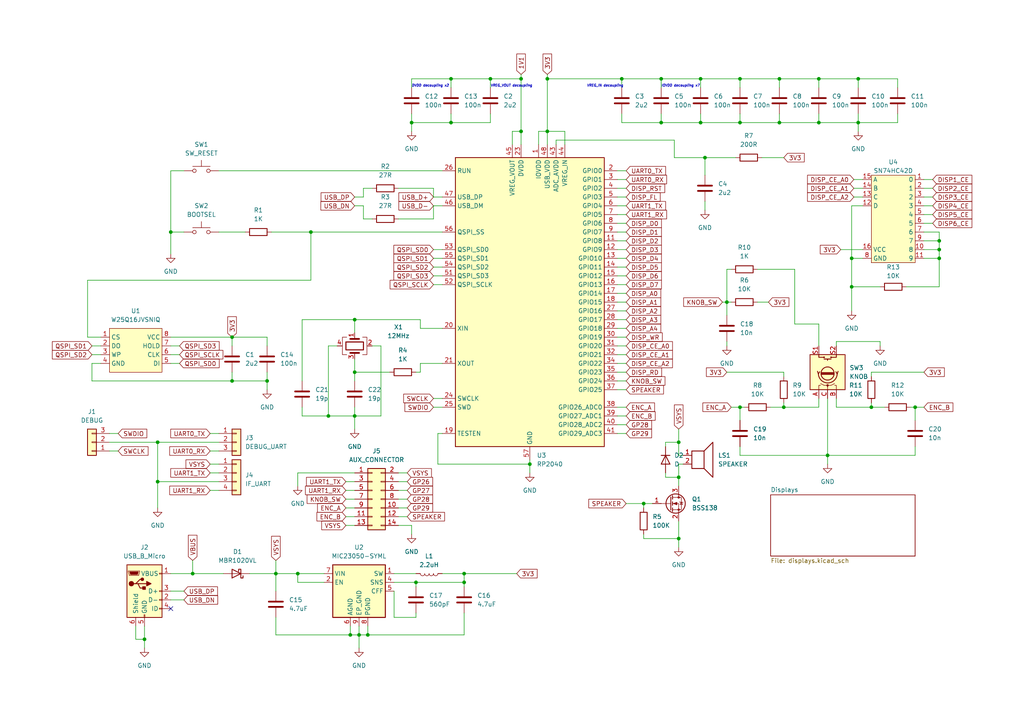
<source format=kicad_sch>
(kicad_sch (version 20230121) (generator eeschema)
  (paper "A4")
  (junction (at 67.31 110.49))
  (junction (at 214.63 118.11))
  (junction (at 77.47 110.49))
  (junction (at 102.87 107.95))
  (junction (at 247.015 83.185))
  (junction (at 134.62 168.91))
  (junction (at 90.17 67.31))
  (junction (at 119.38 35.56))
  (junction (at 252.73 118.11))
  (junction (at 153.67 134.62))
  (junction (at 106.68 184.15))
  (junction (at 227.33 118.11))
  (junction (at 142.24 22.86))
  (junction (at 214.63 22.86))
  (junction (at 86.36 166.37))
  (junction (at 214.63 35.56))
  (junction (at 240.03 132.08))
  (junction (at 151.13 22.86))
  (junction (at 210.82 87.63))
  (junction (at 134.62 166.37))
  (junction (at 186.69 146.05))
  (junction (at 102.87 92.71))
  (junction (at 191.77 22.86))
  (junction (at 151.13 38.1))
  (junction (at 55.88 166.37))
  (junction (at 49.53 67.31))
  (junction (at 237.49 35.56))
  (junction (at 95.25 120.65))
  (junction (at 265.43 118.11))
  (junction (at 45.72 128.27))
  (junction (at 204.47 45.72))
  (junction (at 80.01 166.37))
  (junction (at 272.415 74.93))
  (junction (at 196.85 138.43))
  (junction (at 120.65 168.91))
  (junction (at 191.77 35.56))
  (junction (at 203.2 22.86))
  (junction (at 102.87 120.65))
  (junction (at 226.06 22.86))
  (junction (at 247.015 74.93))
  (junction (at 203.2 35.56))
  (junction (at 45.72 139.7))
  (junction (at 196.85 156.21))
  (junction (at 248.92 35.56))
  (junction (at 41.91 185.42))
  (junction (at 158.75 22.86))
  (junction (at 158.75 38.1))
  (junction (at 248.92 22.86))
  (junction (at 67.31 97.79))
  (junction (at 101.6 184.15))
  (junction (at 196.85 128.27))
  (junction (at 104.14 184.15))
  (junction (at 226.06 35.56))
  (junction (at 130.81 35.56))
  (junction (at 272.415 69.85))
  (junction (at 180.34 22.86))
  (junction (at 237.49 22.86))
  (junction (at 130.81 22.86))
  (junction (at 272.415 72.39))
  (no_connect (at 49.53 176.53))
  (wire (pts (xy 125.73 80.01) (xy 128.27 80.01)))
  (wire (pts (xy 272.415 69.85) (xy 272.415 72.39)))
  (wire (pts (xy 134.62 166.37) (xy 134.62 168.91)))
  (wire (pts (xy 49.53 67.31) (xy 53.34 67.31)))
  (wire (pts (xy 179.07 72.39) (xy 181.61 72.39)))
  (wire (pts (xy 45.72 139.7) (xy 63.5 139.7)))
  (wire (pts (xy 226.06 22.86) (xy 237.49 22.86)))
  (wire (pts (xy 130.81 33.02) (xy 130.81 35.56)))
  (wire (pts (xy 134.62 168.91) (xy 134.62 170.18)))
  (wire (pts (xy 25.4 97.79) (xy 29.21 97.79)))
  (wire (pts (xy 130.81 22.86) (xy 130.81 25.4)))
  (wire (pts (xy 179.07 105.41) (xy 181.61 105.41)))
  (wire (pts (xy 210.82 87.63) (xy 212.09 87.63)))
  (wire (pts (xy 128.27 57.15) (xy 125.73 57.15)))
  (wire (pts (xy 191.77 22.86) (xy 203.2 22.86)))
  (wire (pts (xy 265.43 118.11) (xy 264.16 118.11)))
  (wire (pts (xy 219.71 87.63) (xy 222.885 87.63)))
  (wire (pts (xy 237.49 22.86) (xy 248.92 22.86)))
  (wire (pts (xy 247.015 59.69) (xy 250.19 59.69)))
  (wire (pts (xy 26.67 105.41) (xy 26.67 110.49)))
  (wire (pts (xy 179.07 120.65) (xy 181.61 120.65)))
  (wire (pts (xy 256.54 118.11) (xy 252.73 118.11)))
  (wire (pts (xy 214.63 118.11) (xy 214.63 121.92)))
  (wire (pts (xy 267.97 67.31) (xy 272.415 67.31)))
  (wire (pts (xy 248.92 22.86) (xy 248.92 25.4)))
  (wire (pts (xy 125.73 115.57) (xy 128.27 115.57)))
  (wire (pts (xy 267.97 107.95) (xy 252.73 107.95)))
  (wire (pts (xy 125.73 59.69) (xy 125.73 63.5)))
  (wire (pts (xy 179.07 82.55) (xy 181.61 82.55)))
  (wire (pts (xy 102.87 59.69) (xy 105.41 59.69)))
  (wire (pts (xy 115.57 149.86) (xy 118.11 149.86)))
  (wire (pts (xy 86.36 168.91) (xy 93.98 168.91)))
  (wire (pts (xy 115.57 147.32) (xy 118.11 147.32)))
  (wire (pts (xy 210.82 78.105) (xy 212.09 78.105)))
  (wire (pts (xy 179.07 59.69) (xy 181.61 59.69)))
  (wire (pts (xy 210.82 87.63) (xy 210.82 78.105)))
  (wire (pts (xy 49.53 173.99) (xy 53.34 173.99)))
  (wire (pts (xy 97.79 100.33) (xy 95.25 100.33)))
  (wire (pts (xy 267.97 118.11) (xy 265.43 118.11)))
  (wire (pts (xy 102.87 92.71) (xy 121.92 92.71)))
  (wire (pts (xy 196.85 134.62) (xy 196.85 138.43)))
  (wire (pts (xy 39.37 181.61) (xy 39.37 185.42)))
  (wire (pts (xy 198.12 132.08) (xy 196.85 132.08)))
  (wire (pts (xy 134.62 166.37) (xy 149.86 166.37)))
  (wire (pts (xy 125.73 54.61) (xy 115.57 54.61)))
  (wire (pts (xy 49.53 97.79) (xy 67.31 97.79)))
  (wire (pts (xy 100.33 152.4) (xy 102.87 152.4)))
  (wire (pts (xy 227.33 116.84) (xy 227.33 118.11)))
  (wire (pts (xy 230.505 93.98) (xy 230.505 78.105)))
  (wire (pts (xy 179.07 74.93) (xy 181.61 74.93)))
  (wire (pts (xy 100.33 149.86) (xy 102.87 149.86)))
  (wire (pts (xy 196.85 138.43) (xy 196.85 140.97)))
  (wire (pts (xy 203.2 33.02) (xy 203.2 35.56)))
  (wire (pts (xy 29.21 105.41) (xy 26.67 105.41)))
  (wire (pts (xy 180.34 33.02) (xy 180.34 35.56)))
  (wire (pts (xy 67.31 97.79) (xy 67.31 100.33)))
  (wire (pts (xy 179.07 77.47) (xy 181.61 77.47)))
  (wire (pts (xy 247.015 83.185) (xy 247.015 90.17)))
  (wire (pts (xy 26.67 102.87) (xy 29.21 102.87)))
  (wire (pts (xy 87.63 118.11) (xy 87.63 120.65)))
  (wire (pts (xy 179.07 90.17) (xy 181.61 90.17)))
  (wire (pts (xy 180.34 35.56) (xy 191.77 35.56)))
  (wire (pts (xy 49.53 67.31) (xy 49.53 73.66)))
  (wire (pts (xy 267.97 62.23) (xy 270.51 62.23)))
  (wire (pts (xy 158.75 22.86) (xy 180.34 22.86)))
  (wire (pts (xy 119.38 152.4) (xy 119.38 154.94)))
  (wire (pts (xy 45.72 139.7) (xy 45.72 147.32)))
  (wire (pts (xy 142.24 22.86) (xy 151.13 22.86)))
  (wire (pts (xy 115.57 144.78) (xy 118.11 144.78)))
  (wire (pts (xy 130.81 22.86) (xy 142.24 22.86)))
  (wire (pts (xy 267.97 72.39) (xy 272.415 72.39)))
  (wire (pts (xy 204.47 45.72) (xy 204.47 50.8)))
  (wire (pts (xy 49.53 171.45) (xy 53.34 171.45)))
  (wire (pts (xy 267.97 64.77) (xy 270.51 64.77)))
  (wire (pts (xy 180.34 22.86) (xy 191.77 22.86)))
  (wire (pts (xy 49.53 100.33) (xy 52.07 100.33)))
  (wire (pts (xy 119.38 22.86) (xy 130.81 22.86)))
  (wire (pts (xy 142.24 33.02) (xy 142.24 35.56)))
  (wire (pts (xy 179.07 49.53) (xy 181.61 49.53)))
  (wire (pts (xy 105.41 63.5) (xy 105.41 59.69)))
  (wire (pts (xy 240.03 115.57) (xy 240.03 132.08)))
  (wire (pts (xy 153.67 133.35) (xy 153.67 134.62)))
  (wire (pts (xy 267.97 69.85) (xy 272.415 69.85)))
  (wire (pts (xy 86.36 166.37) (xy 86.36 168.91)))
  (wire (pts (xy 179.07 57.15) (xy 181.61 57.15)))
  (wire (pts (xy 130.81 35.56) (xy 142.24 35.56)))
  (wire (pts (xy 151.13 22.86) (xy 151.13 38.1)))
  (wire (pts (xy 179.07 107.95) (xy 181.61 107.95)))
  (wire (pts (xy 181.61 146.05) (xy 186.69 146.05)))
  (wire (pts (xy 63.5 49.53) (xy 128.27 49.53)))
  (wire (pts (xy 226.06 33.02) (xy 226.06 35.56)))
  (wire (pts (xy 267.97 74.93) (xy 272.415 74.93)))
  (wire (pts (xy 90.17 81.28) (xy 25.4 81.28)))
  (wire (pts (xy 265.43 118.11) (xy 265.43 121.92)))
  (wire (pts (xy 114.3 168.91) (xy 120.65 168.91)))
  (wire (pts (xy 63.5 130.81) (xy 60.96 130.81)))
  (wire (pts (xy 125.73 82.55) (xy 128.27 82.55)))
  (wire (pts (xy 255.27 99.06) (xy 255.27 100.33)))
  (wire (pts (xy 119.38 33.02) (xy 119.38 35.56)))
  (wire (pts (xy 25.4 81.28) (xy 25.4 97.79)))
  (wire (pts (xy 193.04 128.27) (xy 196.85 128.27)))
  (wire (pts (xy 151.13 22.86) (xy 151.13 21.59)))
  (wire (pts (xy 80.01 166.37) (xy 86.36 166.37)))
  (wire (pts (xy 102.87 120.65) (xy 102.87 124.46)))
  (wire (pts (xy 78.74 67.31) (xy 90.17 67.31)))
  (wire (pts (xy 128.27 59.69) (xy 125.73 59.69)))
  (wire (pts (xy 247.015 59.69) (xy 247.015 74.93)))
  (wire (pts (xy 179.07 69.85) (xy 181.61 69.85)))
  (wire (pts (xy 214.63 33.02) (xy 214.63 35.56)))
  (wire (pts (xy 77.47 110.49) (xy 67.31 110.49)))
  (wire (pts (xy 247.65 52.07) (xy 250.19 52.07)))
  (wire (pts (xy 77.47 107.95) (xy 77.47 110.49)))
  (wire (pts (xy 227.33 109.22) (xy 227.33 107.95)))
  (wire (pts (xy 267.97 54.61) (xy 270.51 54.61)))
  (wire (pts (xy 163.83 41.91) (xy 163.83 38.1)))
  (wire (pts (xy 226.06 35.56) (xy 237.49 35.56)))
  (wire (pts (xy 102.87 107.95) (xy 102.87 110.49)))
  (wire (pts (xy 134.62 177.8) (xy 134.62 184.15)))
  (wire (pts (xy 115.57 137.16) (xy 118.11 137.16)))
  (wire (pts (xy 179.07 67.31) (xy 181.61 67.31)))
  (wire (pts (xy 247.015 74.93) (xy 250.19 74.93)))
  (wire (pts (xy 158.75 38.1) (xy 158.75 41.91)))
  (wire (pts (xy 272.415 72.39) (xy 272.415 74.93)))
  (wire (pts (xy 248.92 35.56) (xy 248.92 38.1)))
  (wire (pts (xy 114.3 179.07) (xy 114.3 171.45)))
  (wire (pts (xy 212.09 118.11) (xy 214.63 118.11)))
  (wire (pts (xy 179.07 118.11) (xy 181.61 118.11)))
  (wire (pts (xy 67.31 110.49) (xy 67.31 107.95)))
  (wire (pts (xy 193.04 138.43) (xy 193.04 137.16)))
  (wire (pts (xy 230.505 78.105) (xy 219.71 78.105)))
  (wire (pts (xy 248.92 22.86) (xy 260.35 22.86)))
  (wire (pts (xy 86.36 137.16) (xy 86.36 140.97)))
  (wire (pts (xy 102.87 96.52) (xy 102.87 92.71)))
  (wire (pts (xy 196.85 138.43) (xy 193.04 138.43)))
  (wire (pts (xy 186.69 156.21) (xy 186.69 154.94)))
  (wire (pts (xy 267.97 59.69) (xy 270.51 59.69)))
  (wire (pts (xy 119.38 35.56) (xy 119.38 38.1)))
  (wire (pts (xy 179.07 110.49) (xy 181.61 110.49)))
  (wire (pts (xy 237.49 35.56) (xy 248.92 35.56)))
  (wire (pts (xy 272.415 74.93) (xy 272.415 83.185)))
  (wire (pts (xy 237.49 33.02) (xy 237.49 35.56)))
  (wire (pts (xy 115.57 63.5) (xy 125.73 63.5)))
  (wire (pts (xy 45.72 128.27) (xy 63.5 128.27)))
  (wire (pts (xy 100.33 147.32) (xy 102.87 147.32)))
  (wire (pts (xy 214.63 35.56) (xy 226.06 35.56)))
  (wire (pts (xy 80.01 184.15) (xy 80.01 179.07)))
  (wire (pts (xy 196.85 128.27) (xy 196.85 132.08)))
  (wire (pts (xy 106.68 181.61) (xy 106.68 184.15)))
  (wire (pts (xy 120.65 168.91) (xy 120.65 170.18)))
  (wire (pts (xy 223.52 118.11) (xy 227.33 118.11)))
  (wire (pts (xy 196.85 156.21) (xy 186.69 156.21)))
  (wire (pts (xy 265.43 132.08) (xy 240.03 132.08)))
  (wire (pts (xy 55.88 166.37) (xy 64.77 166.37)))
  (wire (pts (xy 151.13 38.1) (xy 151.13 41.91)))
  (wire (pts (xy 179.07 92.71) (xy 181.61 92.71)))
  (wire (pts (xy 67.31 97.79) (xy 77.47 97.79)))
  (wire (pts (xy 87.63 92.71) (xy 87.63 110.49)))
  (wire (pts (xy 265.43 129.54) (xy 265.43 132.08)))
  (wire (pts (xy 196.85 156.21) (xy 196.85 158.75)))
  (wire (pts (xy 179.07 123.19) (xy 181.61 123.19)))
  (wire (pts (xy 87.63 120.65) (xy 95.25 120.65)))
  (wire (pts (xy 186.69 146.05) (xy 186.69 147.32)))
  (wire (pts (xy 267.97 52.07) (xy 270.51 52.07)))
  (wire (pts (xy 214.63 129.54) (xy 214.63 132.08)))
  (wire (pts (xy 196.85 151.13) (xy 196.85 156.21)))
  (wire (pts (xy 110.49 100.33) (xy 110.49 120.65)))
  (wire (pts (xy 260.35 33.02) (xy 260.35 35.56)))
  (wire (pts (xy 179.07 52.07) (xy 181.61 52.07)))
  (wire (pts (xy 90.17 67.31) (xy 90.17 81.28)))
  (wire (pts (xy 63.5 67.31) (xy 71.12 67.31)))
  (wire (pts (xy 214.63 22.86) (xy 214.63 25.4)))
  (wire (pts (xy 26.67 100.33) (xy 29.21 100.33)))
  (wire (pts (xy 121.92 105.41) (xy 128.27 105.41)))
  (wire (pts (xy 55.88 162.56) (xy 55.88 166.37)))
  (wire (pts (xy 119.38 35.56) (xy 130.81 35.56)))
  (wire (pts (xy 195.58 40.64) (xy 195.58 45.72)))
  (wire (pts (xy 179.07 85.09) (xy 181.61 85.09)))
  (wire (pts (xy 179.07 62.23) (xy 181.61 62.23)))
  (wire (pts (xy 127 125.73) (xy 128.27 125.73)))
  (wire (pts (xy 125.73 77.47) (xy 128.27 77.47)))
  (wire (pts (xy 125.73 118.11) (xy 128.27 118.11)))
  (wire (pts (xy 26.67 110.49) (xy 67.31 110.49)))
  (wire (pts (xy 267.97 57.15) (xy 270.51 57.15)))
  (wire (pts (xy 72.39 166.37) (xy 80.01 166.37)))
  (wire (pts (xy 31.75 125.73) (xy 34.29 125.73)))
  (wire (pts (xy 153.67 134.62) (xy 127 134.62)))
  (wire (pts (xy 237.49 22.86) (xy 237.49 25.4)))
  (wire (pts (xy 101.6 184.15) (xy 80.01 184.15)))
  (wire (pts (xy 227.33 118.11) (xy 237.49 118.11)))
  (wire (pts (xy 203.2 22.86) (xy 203.2 25.4)))
  (wire (pts (xy 179.07 100.33) (xy 181.61 100.33)))
  (wire (pts (xy 156.21 38.1) (xy 158.75 38.1)))
  (wire (pts (xy 247.65 57.15) (xy 250.19 57.15)))
  (wire (pts (xy 191.77 25.4) (xy 191.77 22.86)))
  (wire (pts (xy 180.34 22.86) (xy 180.34 25.4)))
  (wire (pts (xy 191.77 35.56) (xy 203.2 35.56)))
  (wire (pts (xy 163.83 38.1) (xy 158.75 38.1)))
  (wire (pts (xy 101.6 181.61) (xy 101.6 184.15)))
  (wire (pts (xy 107.95 100.33) (xy 110.49 100.33)))
  (wire (pts (xy 203.2 22.86) (xy 214.63 22.86)))
  (wire (pts (xy 127 134.62) (xy 127 125.73)))
  (wire (pts (xy 49.53 102.87) (xy 52.07 102.87)))
  (wire (pts (xy 86.36 137.16) (xy 102.87 137.16)))
  (wire (pts (xy 107.95 63.5) (xy 105.41 63.5)))
  (wire (pts (xy 179.07 64.77) (xy 181.61 64.77)))
  (wire (pts (xy 252.73 109.22) (xy 252.73 107.95)))
  (wire (pts (xy 196.85 124.46) (xy 196.85 128.27)))
  (wire (pts (xy 115.57 152.4) (xy 119.38 152.4)))
  (wire (pts (xy 125.73 74.93) (xy 128.27 74.93)))
  (wire (pts (xy 121.92 105.41) (xy 121.92 107.95)))
  (wire (pts (xy 121.92 95.25) (xy 128.27 95.25)))
  (wire (pts (xy 179.07 95.25) (xy 181.61 95.25)))
  (wire (pts (xy 104.14 181.61) (xy 104.14 184.15)))
  (wire (pts (xy 179.07 102.87) (xy 181.61 102.87)))
  (wire (pts (xy 121.92 92.71) (xy 121.92 95.25)))
  (wire (pts (xy 191.77 33.02) (xy 191.77 35.56)))
  (wire (pts (xy 60.96 134.62) (xy 63.5 134.62)))
  (wire (pts (xy 119.38 25.4) (xy 119.38 22.86)))
  (wire (pts (xy 113.03 107.95) (xy 102.87 107.95)))
  (wire (pts (xy 128.27 166.37) (xy 134.62 166.37)))
  (wire (pts (xy 102.87 57.15) (xy 105.41 57.15)))
  (wire (pts (xy 107.95 54.61) (xy 105.41 54.61)))
  (wire (pts (xy 189.23 146.05) (xy 186.69 146.05)))
  (wire (pts (xy 120.65 179.07) (xy 114.3 179.07)))
  (wire (pts (xy 179.07 97.79) (xy 181.61 97.79)))
  (wire (pts (xy 63.5 125.73) (xy 60.96 125.73)))
  (wire (pts (xy 179.07 113.03) (xy 181.61 113.03)))
  (wire (pts (xy 95.25 100.33) (xy 95.25 120.65)))
  (wire (pts (xy 100.33 139.7) (xy 102.87 139.7)))
  (wire (pts (xy 247.015 74.93) (xy 247.015 83.185)))
  (wire (pts (xy 39.37 185.42) (xy 41.91 185.42)))
  (wire (pts (xy 243.84 72.39) (xy 250.19 72.39)))
  (wire (pts (xy 260.35 35.56) (xy 248.92 35.56)))
  (wire (pts (xy 77.47 110.49) (xy 77.47 113.03)))
  (wire (pts (xy 49.53 105.41) (xy 52.07 105.41)))
  (wire (pts (xy 142.24 22.86) (xy 142.24 25.4)))
  (wire (pts (xy 104.14 184.15) (xy 106.68 184.15)))
  (wire (pts (xy 115.57 139.7) (xy 118.11 139.7)))
  (wire (pts (xy 242.57 99.06) (xy 255.27 99.06)))
  (wire (pts (xy 272.415 67.31) (xy 272.415 69.85)))
  (wire (pts (xy 158.75 38.1) (xy 158.75 22.86)))
  (wire (pts (xy 220.98 45.72) (xy 227.33 45.72)))
  (wire (pts (xy 104.14 184.15) (xy 104.14 187.96)))
  (wire (pts (xy 31.75 130.81) (xy 34.29 130.81)))
  (wire (pts (xy 45.72 128.27) (xy 45.72 139.7)))
  (wire (pts (xy 161.29 40.64) (xy 195.58 40.64)))
  (wire (pts (xy 204.47 45.72) (xy 213.36 45.72)))
  (wire (pts (xy 179.07 80.01) (xy 181.61 80.01)))
  (wire (pts (xy 272.415 83.185) (xy 262.89 83.185)))
  (wire (pts (xy 247.65 54.61) (xy 250.19 54.61)))
  (wire (pts (xy 90.17 67.31) (xy 128.27 67.31)))
  (wire (pts (xy 247.015 83.185) (xy 255.27 83.185)))
  (wire (pts (xy 49.53 49.53) (xy 49.53 67.31)))
  (wire (pts (xy 60.96 142.24) (xy 63.5 142.24)))
  (wire (pts (xy 49.53 166.37) (xy 55.88 166.37)))
  (wire (pts (xy 198.12 134.62) (xy 196.85 134.62)))
  (wire (pts (xy 77.47 97.79) (xy 77.47 100.33)))
  (wire (pts (xy 105.41 54.61) (xy 105.41 57.15)))
  (wire (pts (xy 153.67 134.62) (xy 153.67 137.16)))
  (wire (pts (xy 240.03 132.08) (xy 240.03 134.62)))
  (wire (pts (xy 114.3 166.37) (xy 120.65 166.37)))
  (wire (pts (xy 158.75 21.59) (xy 158.75 22.86)))
  (wire (pts (xy 102.87 92.71) (xy 87.63 92.71)))
  (wire (pts (xy 179.07 54.61) (xy 181.61 54.61)))
  (wire (pts (xy 237.49 115.57) (xy 237.49 118.11)))
  (wire (pts (xy 148.59 38.1) (xy 151.13 38.1)))
  (wire (pts (xy 125.73 72.39) (xy 128.27 72.39)))
  (wire (pts (xy 134.62 184.15) (xy 106.68 184.15)))
  (wire (pts (xy 226.06 22.86) (xy 226.06 25.4)))
  (wire (pts (xy 100.33 144.78) (xy 102.87 144.78)))
  (wire (pts (xy 210.82 87.63) (xy 210.82 91.44)))
  (wire (pts (xy 210.82 99.06) (xy 210.82 100.33)))
  (wire (pts (xy 53.34 49.53) (xy 49.53 49.53)))
  (wire (pts (xy 102.87 120.65) (xy 102.87 118.11)))
  (wire (pts (xy 101.6 184.15) (xy 104.14 184.15)))
  (wire (pts (xy 203.2 35.56) (xy 214.63 35.56)))
  (wire (pts (xy 237.49 93.98) (xy 230.505 93.98)))
  (wire (pts (xy 41.91 185.42) (xy 41.91 187.96)))
  (wire (pts (xy 248.92 33.02) (xy 248.92 35.56)))
  (wire (pts (xy 86.36 166.37) (xy 93.98 166.37)))
  (wire (pts (xy 125.73 57.15) (xy 125.73 54.61)))
  (wire (pts (xy 204.47 58.42) (xy 204.47 60.96)))
  (wire (pts (xy 195.58 45.72) (xy 204.47 45.72)))
  (wire (pts (xy 120.65 107.95) (xy 121.92 107.95)))
  (wire (pts (xy 80.01 162.56) (xy 80.01 166.37)))
  (wire (pts (xy 156.21 41.91) (xy 156.21 38.1)))
  (wire (pts (xy 252.73 118.11) (xy 242.57 118.11)))
  (wire (pts (xy 179.07 125.73) (xy 181.61 125.73)))
  (wire (pts (xy 161.29 41.91) (xy 161.29 40.64)))
  (wire (pts (xy 120.65 168.91) (xy 134.62 168.91)))
  (wire (pts (xy 242.57 115.57) (xy 242.57 118.11)))
  (wire (pts (xy 237.49 100.33) (xy 237.49 93.98)))
  (wire (pts (xy 60.96 137.16) (xy 63.5 137.16)))
  (wire (pts (xy 210.82 107.95) (xy 227.33 107.95)))
  (wire (pts (xy 214.63 132.08) (xy 240.03 132.08)))
  (wire (pts (xy 148.59 41.91) (xy 148.59 38.1)))
  (wire (pts (xy 31.75 128.27) (xy 45.72 128.27)))
  (wire (pts (xy 209.55 87.63) (xy 210.82 87.63)))
  (wire (pts (xy 193.04 129.54) (xy 193.04 128.27)))
  (wire (pts (xy 214.63 118.11) (xy 215.9 118.11)))
  (wire (pts (xy 260.35 22.86) (xy 260.35 25.4)))
  (wire (pts (xy 179.07 87.63) (xy 181.61 87.63)))
  (wire (pts (xy 102.87 104.14) (xy 102.87 107.95)))
  (wire (pts (xy 252.73 116.84) (xy 252.73 118.11)))
  (wire (pts (xy 100.33 142.24) (xy 102.87 142.24)))
  (wire (pts (xy 41.91 181.61) (xy 41.91 185.42)))
  (wire (pts (xy 110.49 120.65) (xy 102.87 120.65)))
  (wire (pts (xy 95.25 120.65) (xy 102.87 120.65)))
  (wire (pts (xy 80.01 166.37) (xy 80.01 171.45)))
  (wire (pts (xy 242.57 99.06) (xy 242.57 100.33)))
  (wire (pts (xy 214.63 22.86) (xy 226.06 22.86)))
  (wire (pts (xy 120.65 177.8) (xy 120.65 179.07)))
  (wire (pts (xy 115.57 142.24) (xy 118.11 142.24)))
  (text "IOVDD decoupling x7" (at 191.77 25.4 0) (effects (font (size 0.7 0.7) italic) (justify left bottom)))
  (text "DVDD decoupling x2" (at 119.38 25.4 0) (effects (font (size 0.7 0.7) italic) (justify left bottom)))
  (text "VREG_IN decoupling" (at 170.18 25.4 0) (effects (font (size 0.7 0.7) italic) (justify left bottom)))
  (text "VREG_VOUT decoupling" (at 142.24 25.4 0) (effects (font (size 0.7 0.7) italic) (justify left bottom)))
  (global_label "GP28" (shape input) (at 118.11 144.78 0) (property "Intersheetrefs" "${INTERSHEET_REFS}" (effects hide)))
  (global_label "3V3" (shape input) (at 149.86 166.37 0) (property "Intersheetrefs" "${INTERSHEET_REFS}" (effects hide)))
  (global_label "DISP_D0" (shape input) (at 181.61 64.77 0) (property "Intersheetrefs" "${INTERSHEET_REFS}" (effects hide)))
  (global_label "DISP_RST" (shape input) (at 181.61 54.61 0) (property "Intersheetrefs" "${INTERSHEET_REFS}" (effects hide)))
  (global_label "DISP1_CE" (shape input) (at 270.51 52.07 0) (property "Intersheetrefs" "${INTERSHEET_REFS}" (effects hide)))
  (global_label "3V3" (shape input) (at 67.31 97.79 90) (property "Intersheetrefs" "${INTERSHEET_REFS}" (effects hide)))
  (global_label "VBUS" (shape input) (at 55.88 162.56 90) (property "Intersheetrefs" "${INTERSHEET_REFS}" (effects hide)))
  (global_label "DISP_FL" (shape input) (at 181.61 57.15 0) (property "Intersheetrefs" "${INTERSHEET_REFS}" (effects hide)))
  (global_label "ENC_B" (shape input) (at 100.33 149.86 180) (property "Intersheetrefs" "${INTERSHEET_REFS}" (effects hide)))
  (global_label "UART1_RX" (shape input) (at 60.96 142.24 180) (property "Intersheetrefs" "${INTERSHEET_REFS}" (effects hide)))
  (global_label "DISP_CE_A0" (shape input) (at 181.61 100.33 0) (property "Intersheetrefs" "${INTERSHEET_REFS}" (effects hide)))
  (global_label "VSYS" (shape input) (at 100.33 152.4 180) (property "Intersheetrefs" "${INTERSHEET_REFS}" (effects hide)))
  (global_label "UART1_TX" (shape input) (at 181.61 59.69 0) (property "Intersheetrefs" "${INTERSHEET_REFS}" (effects hide)))
  (global_label "USB_D-" (shape input) (at 125.73 59.69 180) (property "Intersheetrefs" "${INTERSHEET_REFS}" (effects hide)))
  (global_label "QSPI_SD2" (shape input) (at 26.67 102.87 180) (property "Intersheetrefs" "${INTERSHEET_REFS}" (effects hide)))
  (global_label "DISP4_CE" (shape input) (at 270.51 59.69 0) (property "Intersheetrefs" "${INTERSHEET_REFS}" (effects hide)))
  (global_label "DISP_A2" (shape input) (at 181.61 90.17 0) (property "Intersheetrefs" "${INTERSHEET_REFS}" (effects hide)))
  (global_label "KNOB_SW" (shape input) (at 181.61 110.49 0) (property "Intersheetrefs" "${INTERSHEET_REFS}" (effects hide)))
  (global_label "QSPI_SD3" (shape input) (at 125.73 80.01 180) (property "Intersheetrefs" "${INTERSHEET_REFS}" (effects hide)))
  (global_label "DISP_D7" (shape input) (at 181.61 82.55 0) (property "Intersheetrefs" "${INTERSHEET_REFS}" (effects hide)))
  (global_label "GP28" (shape input) (at 181.61 123.19 0) (property "Intersheetrefs" "${INTERSHEET_REFS}" (effects hide)))
  (global_label "USB_DP" (shape input) (at 53.34 171.45 0) (property "Intersheetrefs" "${INTERSHEET_REFS}" (effects hide)))
  (global_label "SWDIO" (shape input) (at 34.29 125.73 0) (property "Intersheetrefs" "${INTERSHEET_REFS}" (effects hide)))
  (global_label "UART1_RX" (shape input) (at 181.61 62.23 0) (property "Intersheetrefs" "${INTERSHEET_REFS}" (effects hide)))
  (global_label "GP29" (shape input) (at 181.61 125.73 0) (property "Intersheetrefs" "${INTERSHEET_REFS}" (effects hide)))
  (global_label "QSPI_SCLK" (shape input) (at 52.07 102.87 0) (property "Intersheetrefs" "${INTERSHEET_REFS}" (effects hide)))
  (global_label "DISP_WR" (shape input) (at 181.61 97.79 0) (property "Intersheetrefs" "${INTERSHEET_REFS}" (effects hide)))
  (global_label "UART1_TX" (shape input) (at 60.96 137.16 180) (property "Intersheetrefs" "${INTERSHEET_REFS}" (effects hide)))
  (global_label "DISP_CE_A2" (shape input) (at 181.61 105.41 0) (property "Intersheetrefs" "${INTERSHEET_REFS}" (effects hide)))
  (global_label "DISP_A0" (shape input) (at 181.61 85.09 0) (property "Intersheetrefs" "${INTERSHEET_REFS}" (effects hide)))
  (global_label "DISP_D3" (shape input) (at 181.61 72.39 0) (property "Intersheetrefs" "${INTERSHEET_REFS}" (effects hide)))
  (global_label "GP29" (shape input) (at 118.11 147.32 0) (property "Intersheetrefs" "${INTERSHEET_REFS}" (effects hide)))
  (global_label "VSYS" (shape input) (at 80.01 162.56 90) (property "Intersheetrefs" "${INTERSHEET_REFS}" (effects hide)))
  (global_label "DISP_A3" (shape input) (at 181.61 92.71 0) (property "Intersheetrefs" "${INTERSHEET_REFS}" (effects hide)))
  (global_label "UART0_RX" (shape input) (at 60.96 130.81 180) (property "Intersheetrefs" "${INTERSHEET_REFS}" (effects hide)))
  (global_label "DISP_D6" (shape input) (at 181.61 80.01 0) (property "Intersheetrefs" "${INTERSHEET_REFS}" (effects hide)))
  (global_label "3V3" (shape input) (at 158.75 21.59 90) (effects (font italic)) (property "Intersheetrefs" "${INTERSHEET_REFS}" (effects hide)))
  (global_label "KNOB_SW" (shape input) (at 100.33 144.78 180) (property "Intersheetrefs" "${INTERSHEET_REFS}" (effects hide)))
  (global_label "DISP_CE_A1" (shape input) (at 247.65 54.61 180) (property "Intersheetrefs" "${INTERSHEET_REFS}" (effects hide)))
  (global_label "QSPI_SCLK" (shape input) (at 125.73 82.55 180) (property "Intersheetrefs" "${INTERSHEET_REFS}" (effects hide)))
  (global_label "DISP3_CE" (shape input) (at 270.51 57.15 0) (property "Intersheetrefs" "${INTERSHEET_REFS}" (effects hide)))
  (global_label "QSPI_SD2" (shape input) (at 125.73 77.47 180) (property "Intersheetrefs" "${INTERSHEET_REFS}" (effects hide)))
  (global_label "QSPI_SD3" (shape input) (at 52.07 100.33 0) (property "Intersheetrefs" "${INTERSHEET_REFS}" (effects hide)))
  (global_label "VSYS" (shape input) (at 196.85 124.46 90) (property "Intersheetrefs" "${INTERSHEET_REFS}" (effects hide)))
  (global_label "GP27" (shape input) (at 118.11 142.24 0) (property "Intersheetrefs" "${INTERSHEET_REFS}" (effects hide)))
  (global_label "DISP5_CE" (shape input) (at 270.51 62.23 0) (property "Intersheetrefs" "${INTERSHEET_REFS}" (effects hide)))
  (global_label "SWCLK" (shape input) (at 125.73 115.57 180) (property "Intersheetrefs" "${INTERSHEET_REFS}" (effects hide)))
  (global_label "1V1" (shape input) (at 151.13 21.59 90) (effects (font italic)) (property "Intersheetrefs" "${INTERSHEET_REFS}" (effects hide)))
  (global_label "DISP_CE_A0" (shape input) (at 247.65 52.07 180) (property "Intersheetrefs" "${INTERSHEET_REFS}" (effects hide)))
  (global_label "SWCLK" (shape input) (at 34.29 130.81 0) (property "Intersheetrefs" "${INTERSHEET_REFS}" (effects hide)))
  (global_label "QSPI_SD1" (shape input) (at 125.73 74.93 180) (property "Intersheetrefs" "${INTERSHEET_REFS}" (effects hide)))
  (global_label "USB_DP" (shape input) (at 102.87 57.15 180) (property "Intersheetrefs" "${INTERSHEET_REFS}" (effects hide)))
  (global_label "UART1_RX" (shape input) (at 100.33 142.24 180) (property "Intersheetrefs" "${INTERSHEET_REFS}" (effects hide)))
  (global_label "ENC_A" (shape input) (at 100.33 147.32 180) (property "Intersheetrefs" "${INTERSHEET_REFS}" (effects hide)))
  (global_label "ENC_A" (shape input) (at 212.09 118.11 180) (property "Intersheetrefs" "${INTERSHEET_REFS}" (effects hide)))
  (global_label "DISP_RD" (shape input) (at 181.61 107.95 0) (property "Intersheetrefs" "${INTERSHEET_REFS}" (effects hide)))
  (global_label "DISP_D1" (shape input) (at 181.61 67.31 0) (property "Intersheetrefs" "${INTERSHEET_REFS}" (effects hide)))
  (global_label "SPEAKER" (shape input) (at 181.61 113.03 0) (property "Intersheetrefs" "${INTERSHEET_REFS}" (effects hide)))
  (global_label "DISP_CE_A1" (shape input) (at 181.61 102.87 0) (property "Intersheetrefs" "${INTERSHEET_REFS}" (effects hide)))
  (global_label "SPEAKER" (shape input) (at 181.61 146.05 180) (property "Intersheetrefs" "${INTERSHEET_REFS}" (effects hide)))
  (global_label "3V3" (shape input) (at 267.97 107.95 0) (property "Intersheetrefs" "${INTERSHEET_REFS}" (effects hide)))
  (global_label "VSYS" (shape input) (at 118.11 137.16 0) (property "Intersheetrefs" "${INTERSHEET_REFS}" (effects hide)))
  (global_label "3V3" (shape input) (at 222.885 87.63 0) (property "Intersheetrefs" "${INTERSHEET_REFS}" (effects hide)))
  (global_label "DISP_CE_A2" (shape input) (at 247.65 57.15 180) (property "Intersheetrefs" "${INTERSHEET_REFS}" (effects hide)))
  (global_label "DISP2_CE" (shape input) (at 270.51 54.61 0) (property "Intersheetrefs" "${INTERSHEET_REFS}" (effects hide)))
  (global_label "KNOB_SW" (shape input) (at 209.55 87.63 180) (property "Intersheetrefs" "${INTERSHEET_REFS}" (effects hide)))
  (global_label "UART0_RX" (shape input) (at 181.61 52.07 0) (property "Intersheetrefs" "${INTERSHEET_REFS}" (effects hide)))
  (global_label "ENC_B" (shape input) (at 267.97 118.11 0) (property "Intersheetrefs" "${INTERSHEET_REFS}" (effects hide)))
  (global_label "UART1_TX" (shape input) (at 100.33 139.7 180) (property "Intersheetrefs" "${INTERSHEET_REFS}" (effects hide)))
  (global_label "ENC_B" (shape input) (at 181.61 120.65 0) (property "Intersheetrefs" "${INTERSHEET_REFS}" (effects hide)))
  (global_label "SPEAKER" (shape input) (at 118.11 149.86 0) (property "Intersheetrefs" "${INTERSHEET_REFS}" (effects hide)))
  (global_label "SWDIO" (shape input) (at 125.73 118.11 180) (property "Intersheetrefs" "${INTERSHEET_REFS}" (effects hide)))
  (global_label "DISP_A1" (shape input) (at 181.61 87.63 0) (property "Intersheetrefs" "${INTERSHEET_REFS}" (effects hide)))
  (global_label "DISP_A4" (shape input) (at 181.61 95.25 0) (property "Intersheetrefs" "${INTERSHEET_REFS}" (effects hide)))
  (global_label "DISP_D5" (shape input) (at 181.61 77.47 0) (property "Intersheetrefs" "${INTERSHEET_REFS}" (effects hide)))
  (global_label "USB_DN" (shape input) (at 102.87 59.69 180) (property "Intersheetrefs" "${INTERSHEET_REFS}" (effects hide)))
  (global_label "DISP_D4" (shape input) (at 181.61 74.93 0) (property "Intersheetrefs" "${INTERSHEET_REFS}" (effects hide)))
  (global_label "3V3" (shape input) (at 227.33 45.72 0) (property "Intersheetrefs" "${INTERSHEET_REFS}" (effects hide)))
  (global_label "3V3" (shape input) (at 210.82 107.95 180) (property "Intersheetrefs" "${INTERSHEET_REFS}" (effects hide)))
  (global_label "GP26" (shape input) (at 118.11 139.7 0) (property "Intersheetrefs" "${INTERSHEET_REFS}" (effects hide)))
  (global_label "UART0_TX" (shape input) (at 181.61 49.53 0) (property "Intersheetrefs" "${INTERSHEET_REFS}" (effects hide)))
  (global_label "DISP_D2" (shape input) (at 181.61 69.85 0) (property "Intersheetrefs" "${INTERSHEET_REFS}" (effects hide)))
  (global_label "QSPI_SD0" (shape input) (at 52.07 105.41 0) (property "Intersheetrefs" "${INTERSHEET_REFS}" (effects hide)))
  (global_label "QSPI_SD0" (shape input) (at 125.73 72.39 180) (property "Intersheetrefs" "${INTERSHEET_REFS}" (effects hide)))
  (global_label "USB_D+" (shape input) (at 125.73 57.15 180) (property "Intersheetrefs" "${INTERSHEET_REFS}" (effects hide)))
  (global_label "VSYS" (shape input) (at 60.96 134.62 180) (property "Intersheetrefs" "${INTERSHEET_REFS}" (effects hide)))
  (global_label "DISP6_CE" (shape input) (at 270.51 64.77 0) (property "Intersheetrefs" "${INTERSHEET_REFS}" (effects hide)))
  (global_label "3V3" (shape input) (at 243.84 72.39 180) (property "Intersheetrefs" "${INTERSHEET_REFS}" (effects hide)))
  (global_label "USB_DN" (shape input) (at 53.34 173.99 0) (property "Intersheetrefs" "${INTERSHEET_REFS}" (effects hide)))
  (global_label "QSPI_SD1" (shape input) (at 26.67 100.33 180) (property "Intersheetrefs" "${INTERSHEET_REFS}" (effects hide)))
  (global_label "UART0_TX" (shape input) (at 60.96 125.73 180) (property "Intersheetrefs" "${INTERSHEET_REFS}" (effects hide)))
  (global_label "ENC_A" (shape input) (at 181.61 118.11 0) (property "Intersheetrefs" "${INTERSHEET_REFS}" (effects hide)))
  (symbol (lib_id "Device:C") (at 119.38 29.21 0) (unit 1)
    (property "Reference" "C12" (at 123.19 27.9399 0) (effects (justify left)))
    (property "Value" "100n" (at 123.19 30.4799 0) (effects (justify left)))
    (property "Footprint" "Capacitor_SMD:C_0603_1608Metric" (effects hide))
  )
  (symbol (lib_id "Device:C") (at 214.63 29.21 0) (unit 1)
    (property "Reference" "C7" (at 218.44 27.9399 0) (effects (justify left)))
    (property "Value" "100n" (at 218.44 30.4799 0) (effects (justify left)))
    (property "Footprint" "Capacitor_SMD:C_0603_1608Metric" (effects hide))
  )
  (symbol (lib_id "Switch:SW_Push") (at 58.42 67.31 0) (unit 1)
    (property "Reference" "SW2" (at 58.42 59.69 0))
    (property "Value" "BOOTSEL" (at 58.42 62.23 0))
    (property "Footprint" "components:TS18_TACTILE_SWITCH" (effects hide))
  )
  (symbol (lib_id "Device:C") (at 87.63 114.3 0) (unit 1)
    (property "Reference" "C21" (at 91.44 113.0299 0) (effects (justify left)))
    (property "Value" "19p" (at 91.44 115.5699 0) (effects (justify left)))
    (property "Footprint" "Capacitor_SMD:C_0603_1608Metric" (effects hide))
  )
  (symbol (lib_id "Device:R") (at 111.76 63.5 90) (unit 1)
    (property "Reference" "R3" (at 111.76 57.15 90))
    (property "Value" "27R" (at 111.76 59.69 90))
    (property "Footprint" "Resistor_SMD:R_0603_1608Metric" (effects hide))
  )
  (symbol (lib_id "power:GND") (at 204.47 60.96 0) (unit 1)
    (property "Reference" "#PWR0112" (effects hide))
    (property "Value" "GND" (at 204.47 66.04 0))
  )
  (symbol (lib_id "Device:C") (at 248.92 29.21 0) (unit 1)
    (property "Reference" "C10" (at 252.73 27.9399 0) (effects (justify left)))
    (property "Value" "100n" (at 252.73 30.4799 0) (effects (justify left)))
    (property "Footprint" "Capacitor_SMD:C_0603_1608Metric" (effects hide))
  )
  (symbol (lib_id "Device:C") (at 130.81 29.21 0) (unit 1)
    (property "Reference" "C13" (at 134.62 27.9399 0) (effects (justify left)))
    (property "Value" "100n" (at 134.62 30.4799 0) (effects (justify left)))
    (property "Footprint" "Capacitor_SMD:C_0603_1608Metric" (effects hide))
  )
  (symbol (lib_id "Device:C") (at 134.62 173.99 0) (unit 1)
    (property "Reference" "C16" (at 138.43 172.7199 0) (effects (justify left)))
    (property "Value" "4.7uF" (at 138.43 175.2599 0) (effects (justify left)))
    (property "Footprint" "Capacitor_SMD:C_0603_1608Metric" (effects hide))
  )
  (symbol (lib_id "Device:Speaker") (at 203.2 132.08 0) (unit 1)
    (property "Reference" "LS1" (at 208.28 132.0799 0) (effects (justify left)))
    (property "Value" "SPEAKER" (at 208.28 134.6199 0) (effects (justify left)))
    (property "Footprint" "components:BUZZER_CMT-8504" (effects hide))
  )
  (symbol (lib_id "components:W25Q16JVSNIQ") (at 39.37 105.41 0) (unit 1)
    (property "Reference" "U1" (at 39.37 90.17 0))
    (property "Value" "W25Q16JVSNIQ" (at 39.37 92.71 0))
    (property "Footprint" "components:SOIC8_150mil" (effects hide))
  )
  (symbol (lib_id "Connector_Generic:Conn_02x07_Odd_Even") (at 107.95 144.78 0) (unit 1)
    (property "Reference" "J5" (at 109.22 130.81 0))
    (property "Value" "AUX_CONNECTOR" (at 109.22 133.35 0))
    (property "Footprint" "Connector_IDC:IDC-Header_2x07_P2.54mm_Vertical" (effects hide))
  )
  (symbol (lib_id "power:GND") (at 49.53 73.66 0) (unit 1)
    (property "Reference" "#PWR0105" (effects hide))
    (property "Value" "GND" (at 49.53 78.74 0))
  )
  (symbol (lib_id "Device:R") (at 74.93 67.31 90) (unit 1)
    (property "Reference" "R1" (at 74.93 60.96 90))
    (property "Value" "1K" (at 74.93 63.5 90))
    (property "Footprint" "Resistor_SMD:R_0603_1608Metric" (effects hide))
  )
  (symbol (lib_id "power:GND") (at 86.36 140.97 0) (unit 1)
    (property "Reference" "#PWR0107" (effects hide))
    (property "Value" "GND" (at 86.36 146.05 0))
  )
  (symbol (lib_id "power:GND") (at 153.67 137.16 0) (unit 1)
    (property "Reference" "#PWR0109" (effects hide))
    (property "Value" "GND" (at 153.67 142.24 0))
  )
  (symbol (lib_id "Device:R") (at 260.35 118.11 270) (mirror x) (unit 1)
    (property "Reference" "R12" (at 260.35 111.76 90))
    (property "Value" "10K" (at 260.35 114.3 90))
    (property "Footprint" "Resistor_SMD:R_0603_1608Metric" (effects hide))
  )
  (symbol (lib_id "Device:R") (at 227.33 113.03 180) (unit 1)
    (property "Reference" "R9" (at 229.87 111.7599 0) (effects (justify right)))
    (property "Value" "10K" (at 229.87 114.2999 0) (effects (justify right)))
    (property "Footprint" "Resistor_SMD:R_0603_1608Metric" (effects hide))
  )
  (symbol (lib_id "Connector_Generic:Conn_01x03") (at 26.67 128.27 180) (unit 1)
    (property "Reference" "J1" (at 26.67 119.38 0))
    (property "Value" "DEBUG" (at 26.67 121.92 0))
    (property "Footprint" "Connector_PinHeader_2.54mm:PinHeader_1x03_P2.54mm_Vertical" (effects hide))
  )
  (symbol (lib_id "power:GND") (at 196.85 158.75 0) (unit 1)
    (property "Reference" "#PWR0117" (effects hide))
    (property "Value" "GND" (at 196.85 163.83 0))
  )
  (symbol (lib_id "power:GND") (at 247.015 90.17 0) (unit 1)
    (property "Reference" "#PWR0116" (effects hide))
    (property "Value" "GND" (at 247.015 95.25 0))
  )
  (symbol (lib_id "power:GND") (at 255.27 100.33 0) (unit 1)
    (property "Reference" "#PWR0114" (effects hide))
    (property "Value" "GND" (at 255.27 105.41 0))
  )
  (symbol (lib_id "power:GND") (at 77.47 113.03 0) (unit 1)
    (property "Reference" "#PWR0108" (effects hide))
    (property "Value" "GND" (at 77.47 118.11 0))
  )
  (symbol (lib_id "power:GND") (at 240.03 134.62 0) (unit 1)
    (property "Reference" "#PWR0113" (effects hide))
    (property "Value" "GND" (at 240.03 139.7 0))
  )
  (symbol (lib_id "MCU_RaspberryPi:RP2040") (at 153.67 87.63 0) (unit 1)
    (property "Reference" "U3" (at 155.6894 132.08 0) (effects (justify left)))
    (property "Value" "RP2040" (at 155.6894 134.62 0) (effects (justify left)))
    (property "Footprint" "Package_DFN_QFN:QFN-56-1EP_7x7mm_P0.4mm_EP3.2x3.2mm" (effects hide))
    (property "Datasheet" "https://datasheets.raspberrypi.com/rp2040/rp2040-datasheet.pdf" (effects hide))
  )
  (symbol (lib_id "Device:C") (at 214.63 125.73 0) (unit 1)
    (property "Reference" "C19" (at 218.44 124.4599 0) (effects (justify left)))
    (property "Value" "10n" (at 218.44 126.9999 0) (effects (justify left)))
    (property "Footprint" "Capacitor_SMD:C_0603_1608Metric" (effects hide))
  )
  (symbol (lib_id "Device:C") (at 120.65 173.99 0) (unit 1)
    (property "Reference" "C17" (at 124.46 172.7199 0) (effects (justify left)))
    (property "Value" "560pF" (at 124.46 175.2599 0) (effects (justify left)))
    (property "Footprint" "Capacitor_SMD:C_0603_1608Metric" (effects hide))
  )
  (symbol (lib_id "Connector_Generic:Conn_01x03") (at 68.58 128.27 0) (unit 1)
    (property "Reference" "J3" (at 71.12 126.9999 0) (effects (justify left)))
    (property "Value" "DEBUG_UART" (at 71.12 129.5399 0) (effects (justify left)))
    (property "Footprint" "Connector_PinHeader_2.54mm:PinHeader_1x03_P2.54mm_Vertical" (effects hide))
  )
  (symbol (lib_id "components:SN74HC42D") (at 259.08 63.5 0) (unit 1)
    (property "Reference" "U4" (at 259.08 46.99 0))
    (property "Value" "SN74HC42D" (at 259.08 49.53 0))
    (property "Footprint" "components:SO16" (effects hide))
    (property "Datasheet" "https://www.ti.com/lit/ds/symlink/sn74hc42.pdf?ts=1689616950292" (effects hide))
  )
  (symbol (lib_id "Device:D") (at 193.04 133.35 270) (unit 1)
    (property "Reference" "D2" (at 195.58 132.0799 90) (effects (justify left)))
    (property "Value" "D" (at 195.58 134.6199 90) (effects (justify left)))
    (property "Footprint" "Diode_SMD:D_SOD-123" (effects hide))
  )
  (symbol (lib_id "Device:C") (at 80.01 175.26 0) (unit 1)
    (property "Reference" "C15" (at 83.82 173.9899 0) (effects (justify left)))
    (property "Value" "4.7uF" (at 83.82 176.5299 0) (effects (justify left)))
    (property "Footprint" "Capacitor_SMD:C_0603_1608Metric" (effects hide))
  )
  (symbol (lib_id "Transistor_FET:BSS138") (at 194.31 146.05 0) (unit 1)
    (property "Reference" "Q1" (at 200.66 144.7799 0) (effects (justify left)))
    (property "Value" "BSS138" (at 200.66 147.3199 0) (effects (justify left)))
    (property "Footprint" "Package_TO_SOT_SMD:SOT-23" (effects hide))
    (property "Datasheet" "https://www.onsemi.com/pub/Collateral/BSS138-D.PDF" (effects hide))
  )
  (symbol (lib_id "Device:C") (at 260.35 29.21 0) (unit 1)
    (property "Reference" "C11" (at 264.16 27.9399 0) (effects (justify left)))
    (property "Value" "100n" (at 264.16 30.4799 0) (effects (justify left)))
    (property "Footprint" "Capacitor_SMD:C_0603_1608Metric" (effects hide))
  )
  (symbol (lib_id "Device:L") (at 124.46 166.37 270) (unit 1)
    (property "Reference" "L1" (at 124.46 161.29 90))
    (property "Value" "2.2uH" (at 124.46 163.83 90))
    (property "Footprint" "components:Inductor_0806" (effects hide))
  )
  (symbol (lib_id "Connector_Generic:Conn_01x04") (at 68.58 137.16 0) (unit 1)
    (property "Reference" "J4" (at 71.12 137.795 0) (effects (justify left)))
    (property "Value" "IF_UART" (at 71.12 140.335 0) (effects (justify left)))
    (property "Footprint" "Connector_PinHeader_2.54mm:PinHeader_1x04_P2.54mm_Vertical" (effects hide))
  )
  (symbol (lib_id "Device:R") (at 111.76 54.61 90) (unit 1)
    (property "Reference" "R2" (at 111.76 48.26 90))
    (property "Value" "27R" (at 111.76 50.8 90))
    (property "Footprint" "Resistor_SMD:R_0603_1608Metric" (effects hide))
  )
  (symbol (lib_id "Device:R") (at 215.9 87.63 270) (mirror x) (unit 1)
    (property "Reference" "R6" (at 215.9 81.28 90))
    (property "Value" "10K" (at 215.9 83.82 90))
    (property "Footprint" "Resistor_SMD:R_0603_1608Metric" (effects hide))
  )
  (symbol (lib_id "Connector:USB_B_Micro") (at 41.91 171.45 0) (unit 1)
    (property "Reference" "J2" (at 41.91 158.75 0))
    (property "Value" "USB_B_Micro" (at 41.91 161.29 0))
    (property "Footprint" "components:GCT_USB3140" (effects hide))
  )
  (symbol (lib_id "Device:R") (at 252.73 113.03 0) (mirror x) (unit 1)
    (property "Reference" "R11" (at 250.19 111.7599 0) (effects (justify right)))
    (property "Value" "10K" (at 250.19 114.2999 0) (effects (justify right)))
    (property "Footprint" "Resistor_SMD:R_0603_1608Metric" (effects hide))
  )
  (symbol (lib_id "Device:C") (at 210.82 95.25 0) (unit 1)
    (property "Reference" "C18" (at 214.63 93.9799 0) (effects (justify left)))
    (property "Value" "10n" (at 214.63 96.5199 0) (effects (justify left)))
    (property "Footprint" "Capacitor_SMD:C_0603_1608Metric" (effects hide))
  )
  (symbol (lib_id "Device:R") (at 215.9 78.105 270) (mirror x) (unit 1)
    (property "Reference" "R10" (at 215.9 71.755 90))
    (property "Value" "1K" (at 215.9 74.295 90))
    (property "Footprint" "Resistor_SMD:R_0603_1608Metric" (effects hide))
  )
  (symbol (lib_id "Device:C") (at 237.49 29.21 0) (unit 1)
    (property "Reference" "C9" (at 241.3 27.9399 0) (effects (justify left)))
    (property "Value" "100n" (at 241.3 30.4799 0) (effects (justify left)))
    (property "Footprint" "Capacitor_SMD:C_0603_1608Metric" (effects hide))
  )
  (symbol (lib_id "power:GND") (at 210.82 100.33 0) (unit 1)
    (property "Reference" "#PWR0115" (effects hide))
    (property "Value" "GND" (at 210.82 105.41 0))
  )
  (symbol (lib_id "power:GND") (at 119.38 38.1 0) (unit 1)
    (property "Reference" "#PWR0102" (effects hide))
    (property "Value" "GND" (at 119.38 43.18 0))
  )
  (symbol (lib_id "Device:C") (at 226.06 29.21 0) (unit 1)
    (property "Reference" "C8" (at 229.87 27.9399 0) (effects (justify left)))
    (property "Value" "100n" (at 229.87 30.4799 0) (effects (justify left)))
    (property "Footprint" "Capacitor_SMD:C_0603_1608Metric" (effects hide))
  )
  (symbol (lib_id "Device:C") (at 191.77 29.21 0) (unit 1)
    (property "Reference" "C5" (at 195.58 27.9399 0) (effects (justify left)))
    (property "Value" "100n" (at 195.58 30.4799 0) (effects (justify left)))
    (property "Footprint" "Capacitor_SMD:C_0603_1608Metric" (effects hide))
  )
  (symbol (lib_id "power:GND") (at 45.72 147.32 0) (unit 1)
    (property "Reference" "#PWR0106" (effects hide))
    (property "Value" "GND" (at 45.72 152.4 0))
  )
  (symbol (lib_id "Device:C") (at 102.87 114.3 0) (unit 1)
    (property "Reference" "C22" (at 106.68 113.0299 0) (effects (justify left)))
    (property "Value" "19p" (at 106.68 115.5699 0) (effects (justify left)))
    (property "Footprint" "Capacitor_SMD:C_0603_1608Metric" (effects hide))
  )
  (symbol (lib_id "Device:C") (at 77.47 104.14 0) (unit 1)
    (property "Reference" "C14" (at 81.28 102.8699 0) (effects (justify left)))
    (property "Value" "100n" (at 81.28 105.4099 0) (effects (justify left)))
    (property "Footprint" "Capacitor_SMD:C_0603_1608Metric" (effects hide))
  )
  (symbol (lib_id "Device:C") (at 265.43 125.73 0) (unit 1)
    (property "Reference" "C20" (at 269.24 124.4599 0) (effects (justify left)))
    (property "Value" "10n" (at 269.24 126.9999 0) (effects (justify left)))
    (property "Footprint" "Capacitor_SMD:C_0603_1608Metric" (effects hide))
  )
  (symbol (lib_id "Device:R") (at 259.08 83.185 270) (mirror x) (unit 1)
    (property "Reference" "R13" (at 259.08 77.47 90))
    (property "Value" "10K" (at 259.08 80.01 90))
    (property "Footprint" "Resistor_SMD:R_0603_1608Metric" (effects hide))
  )
  (symbol (lib_id "power:GND") (at 102.87 124.46 0) (unit 1)
    (property "Reference" "#PWR0101" (effects hide))
    (property "Value" "GND" (at 102.87 129.54 0))
  )
  (symbol (lib_id "Switch:SW_Push") (at 58.42 49.53 0) (unit 1)
    (property "Reference" "SW1" (at 58.42 41.91 0))
    (property "Value" "SW_RESET" (at 58.42 44.45 0))
    (property "Footprint" "components:TS18_TACTILE_SWITCH" (effects hide))
  )
  (symbol (lib_id "power:GND") (at 119.38 154.94 0) (unit 1)
    (property "Reference" "#PWR0110" (effects hide))
    (property "Value" "GND" (at 119.38 160.02 0))
  )
  (symbol (lib_id "Device:R") (at 217.17 45.72 90) (unit 1)
    (property "Reference" "R7" (at 217.17 39.37 90))
    (property "Value" "200R" (at 217.17 41.91 90))
    (property "Footprint" "Resistor_SMD:R_0603_1608Metric" (effects hide))
  )
  (symbol (lib_id "Device:D_Schottky") (at 68.58 166.37 180) (unit 1)
    (property "Reference" "D1" (at 68.8975 160.02 0))
    (property "Value" "MBR1020VL" (at 68.8975 162.56 0))
    (property "Footprint" "Diode_SMD:D_SOD-123F" (effects hide))
  )
  (symbol (lib_id "power:GND") (at 248.92 38.1 0) (unit 1)
    (property "Reference" "#PWR0111" (effects hide))
    (property "Value" "GND" (at 248.92 43.18 0))
  )
  (symbol (lib_id "Device:C") (at 180.34 29.21 0) (unit 1)
    (property "Reference" "C3" (at 184.15 27.9399 0) (effects (justify left)))
    (property "Value" "2u2" (at 184.15 30.4799 0) (effects (justify left)))
    (property "Footprint" "Capacitor_SMD:C_0603_1608Metric" (effects hide))
  )
  (symbol (lib_id "Device:R") (at 116.84 107.95 90) (unit 1)
    (property "Reference" "R4" (at 116.84 101.6 90))
    (property "Value" "1K" (at 116.84 104.14 90))
    (property "Footprint" "Resistor_SMD:R_0603_1608Metric" (effects hide))
  )
  (symbol (lib_id "Device:RotaryEncoder_Switch") (at 240.03 107.95 90) (unit 1)
    (property "Reference" "SW3" (at 246.38 106.6799 90) (effects (justify right)))
    (property "Value" "KNOB" (at 246.38 109.2199 90) (effects (justify right)))
    (property "Footprint" "components:PEC11H_Encoder" (effects hide))
  )
  (symbol (lib_id "Device:Crystal_GND24") (at 102.87 100.33 270) (unit 1)
    (property "Reference" "X1" (at 115.57 94.8688 90))
    (property "Value" "12MHz" (at 115.57 97.4088 90))
    (property "Footprint" "Crystal:Crystal_SMD_Abracon_ABM8AIG-4Pin_3.2x2.5mm" (effects hide))
  )
  (symbol (lib_id "Device:C") (at 204.47 54.61 0) (unit 1)
    (property "Reference" "C4" (at 208.28 53.3399 0) (effects (justify left)))
    (property "Value" "2u2" (at 208.28 55.8799 0) (effects (justify left)))
    (property "Footprint" "Capacitor_SMD:C_0603_1608Metric" (effects hide))
  )
  (symbol (lib_id "power:GND") (at 41.91 187.96 0) (unit 1)
    (property "Reference" "#PWR0104" (effects hide))
    (property "Value" "GND" (at 41.91 193.04 0))
  )
  (symbol (lib_id "Device:R") (at 186.69 151.13 180) (unit 1)
    (property "Reference" "R5" (at 189.23 149.8599 0) (effects (justify right)))
    (property "Value" "100K" (at 189.23 152.3999 0) (effects (justify right)))
    (property "Footprint" "Resistor_SMD:R_0603_1608Metric" (effects hide))
  )
  (symbol (lib_id "Device:C") (at 67.31 104.14 0) (unit 1)
    (property "Reference" "C1" (at 71.12 102.8699 0) (effects (justify left)))
    (property "Value" "2u2" (at 71.12 105.4099 0) (effects (justify left)))
    (property "Footprint" "Capacitor_SMD:C_0603_1608Metric" (effects hide))
  )
  (symbol (lib_id "Device:C") (at 203.2 29.21 0) (unit 1)
    (property "Reference" "C6" (at 207.01 27.9399 0) (effects (justify left)))
    (property "Value" "100n" (at 207.01 30.4799 0) (effects (justify left)))
    (property "Footprint" "Capacitor_SMD:C_0603_1608Metric" (effects hide))
  )
  (symbol (lib_id "Device:C") (at 142.24 29.21 0) (unit 1)
    (property "Reference" "C2" (at 146.05 27.9399 0) (effects (justify left)))
    (property "Value" "2u2" (at 146.05 30.4799 0) (effects (justify left)))
    (property "Footprint" "Capacitor_SMD:C_0603_1608Metric" (effects hide))
  )
  (symbol (lib_id "power:GND") (at 104.14 187.96 0) (unit 1)
    (property "Reference" "#PWR0103" (effects hide))
    (property "Value" "GND" (at 104.14 193.04 0))
  )
  (symbol (lib_id "Regulator_Switching:MIC23050-SYML") (at 104.14 171.45 0) (unit 1)
    (property "Reference" "U2" (at 104.14 158.75 0))
    (property "Value" "MIC23050-SYML" (at 104.14 161.29 0))
    (property "Footprint" "Package_DFN_QFN:Micrel_MLF-8-1EP_2x2mm_P0.5mm_EP0.6x1.2mm" (effects hide))
    (property "Datasheet" "http://ww1.microchip.com/downloads/en/DeviceDoc/mic23050.pdf" (effects hide))
  )
  (symbol (lib_id "Device:R") (at 219.71 118.11 90) (unit 1)
    (property "Reference" "R8" (at 219.71 111.76 90))
    (property "Value" "10K" (at 219.71 114.3 90))
    (property "Footprint" "Resistor_SMD:R_0603_1608Metric" (effects hide))
  )
  (sheet (at 223.52 143.51) (size 41.91 17.78) (stroke (width 0.1524))
    (property "Sheetname" "Displays" (at 223.52 142.7984 0) (effects (justify left bottom)))
    (property "Sheetfile" "displays.kicad_sch" (at 223.52 161.8746 0) (effects (justify left top)))
  )
)
</source>
